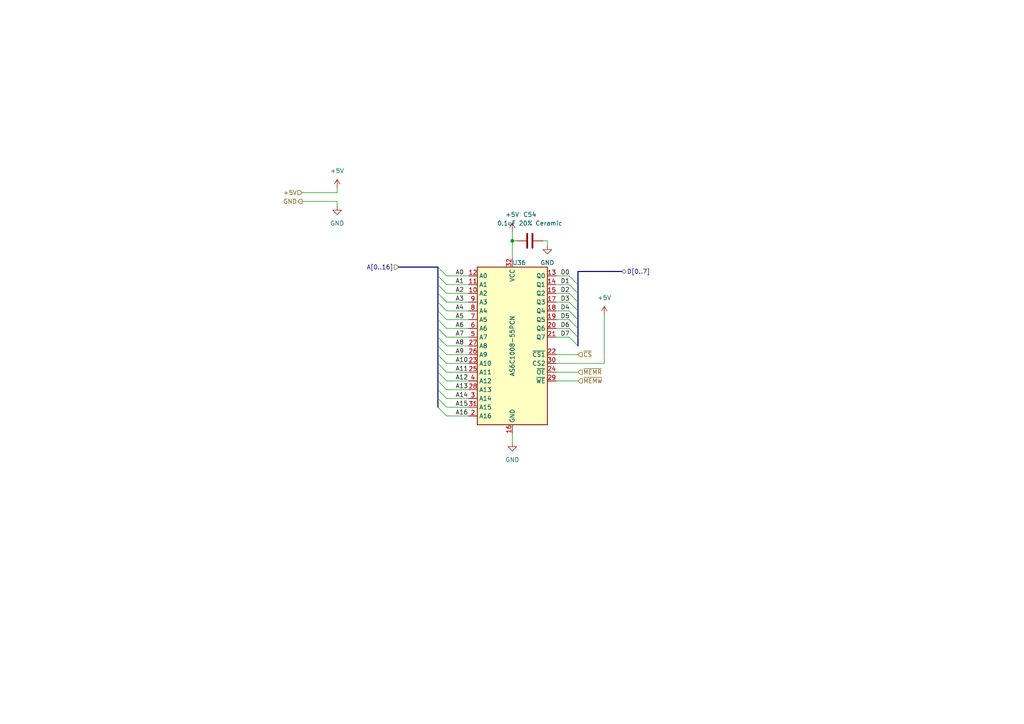
<source format=kicad_sch>
(kicad_sch
	(version 20231120)
	(generator "eeschema")
	(generator_version "8.0")
	(uuid "55672958-7a2a-42a9-b8a7-0dde0e9e6201")
	(paper "A4")
	(lib_symbols
		(symbol "Device:C"
			(pin_numbers hide)
			(pin_names
				(offset 0.254)
			)
			(exclude_from_sim no)
			(in_bom yes)
			(on_board yes)
			(property "Reference" "C"
				(at 0.635 2.54 0)
				(effects
					(font
						(size 1.27 1.27)
					)
					(justify left)
				)
			)
			(property "Value" "C"
				(at 0.635 -2.54 0)
				(effects
					(font
						(size 1.27 1.27)
					)
					(justify left)
				)
			)
			(property "Footprint" ""
				(at 0.9652 -3.81 0)
				(effects
					(font
						(size 1.27 1.27)
					)
					(hide yes)
				)
			)
			(property "Datasheet" "~"
				(at 0 0 0)
				(effects
					(font
						(size 1.27 1.27)
					)
					(hide yes)
				)
			)
			(property "Description" "Unpolarized capacitor"
				(at 0 0 0)
				(effects
					(font
						(size 1.27 1.27)
					)
					(hide yes)
				)
			)
			(property "ki_keywords" "cap capacitor"
				(at 0 0 0)
				(effects
					(font
						(size 1.27 1.27)
					)
					(hide yes)
				)
			)
			(property "ki_fp_filters" "C_*"
				(at 0 0 0)
				(effects
					(font
						(size 1.27 1.27)
					)
					(hide yes)
				)
			)
			(symbol "C_0_1"
				(polyline
					(pts
						(xy -2.032 -0.762) (xy 2.032 -0.762)
					)
					(stroke
						(width 0.508)
						(type default)
					)
					(fill
						(type none)
					)
				)
				(polyline
					(pts
						(xy -2.032 0.762) (xy 2.032 0.762)
					)
					(stroke
						(width 0.508)
						(type default)
					)
					(fill
						(type none)
					)
				)
			)
			(symbol "C_1_1"
				(pin passive line
					(at 0 3.81 270)
					(length 2.794)
					(name "~"
						(effects
							(font
								(size 1.27 1.27)
							)
						)
					)
					(number "1"
						(effects
							(font
								(size 1.27 1.27)
							)
						)
					)
				)
				(pin passive line
					(at 0 -3.81 90)
					(length 2.794)
					(name "~"
						(effects
							(font
								(size 1.27 1.27)
							)
						)
					)
					(number "2"
						(effects
							(font
								(size 1.27 1.27)
							)
						)
					)
				)
			)
		)
		(symbol "Memory_RAM:628128_DIP32_SSOP32"
			(exclude_from_sim no)
			(in_bom yes)
			(on_board yes)
			(property "Reference" "U"
				(at -10.16 23.495 0)
				(effects
					(font
						(size 1.27 1.27)
					)
					(justify left bottom)
				)
			)
			(property "Value" "628128_DIP32_SSOP32"
				(at 2.54 23.495 0)
				(effects
					(font
						(size 1.27 1.27)
					)
					(justify left bottom)
				)
			)
			(property "Footprint" ""
				(at 0 0 0)
				(effects
					(font
						(size 1.27 1.27)
					)
					(hide yes)
				)
			)
			(property "Datasheet" "http://www.futurlec.com/Datasheet/Memory/628128.pdf"
				(at 0 0 0)
				(effects
					(font
						(size 1.27 1.27)
					)
					(hide yes)
				)
			)
			(property "Description" "128K x 8 High-Speed CMOS Static RAM, 55/70ns, DIP-32/SSOP-32"
				(at 0 0 0)
				(effects
					(font
						(size 1.27 1.27)
					)
					(hide yes)
				)
			)
			(property "ki_keywords" "RAM SRAM CMOS MEMORY"
				(at 0 0 0)
				(effects
					(font
						(size 1.27 1.27)
					)
					(hide yes)
				)
			)
			(property "ki_fp_filters" "DIP*W15.24mm* SSOP*11.305x20.495mm*P1.27mm*"
				(at 0 0 0)
				(effects
					(font
						(size 1.27 1.27)
					)
					(hide yes)
				)
			)
			(symbol "628128_DIP32_SSOP32_0_0"
				(pin power_in line
					(at 0 -25.4 90)
					(length 2.54)
					(name "GND"
						(effects
							(font
								(size 1.27 1.27)
							)
						)
					)
					(number "16"
						(effects
							(font
								(size 1.27 1.27)
							)
						)
					)
				)
				(pin power_in line
					(at 0 25.4 270)
					(length 2.54)
					(name "VCC"
						(effects
							(font
								(size 1.27 1.27)
							)
						)
					)
					(number "32"
						(effects
							(font
								(size 1.27 1.27)
							)
						)
					)
				)
			)
			(symbol "628128_DIP32_SSOP32_0_1"
				(rectangle
					(start -10.16 22.86)
					(end 10.16 -22.86)
					(stroke
						(width 0.254)
						(type default)
					)
					(fill
						(type background)
					)
				)
			)
			(symbol "628128_DIP32_SSOP32_1_1"
				(pin no_connect line
					(at 10.16 -20.32 180)
					(length 2.54) hide
					(name "NC"
						(effects
							(font
								(size 1.27 1.27)
							)
						)
					)
					(number "1"
						(effects
							(font
								(size 1.27 1.27)
							)
						)
					)
				)
				(pin input line
					(at -12.7 15.24 0)
					(length 2.54)
					(name "A2"
						(effects
							(font
								(size 1.27 1.27)
							)
						)
					)
					(number "10"
						(effects
							(font
								(size 1.27 1.27)
							)
						)
					)
				)
				(pin input line
					(at -12.7 17.78 0)
					(length 2.54)
					(name "A1"
						(effects
							(font
								(size 1.27 1.27)
							)
						)
					)
					(number "11"
						(effects
							(font
								(size 1.27 1.27)
							)
						)
					)
				)
				(pin input line
					(at -12.7 20.32 0)
					(length 2.54)
					(name "A0"
						(effects
							(font
								(size 1.27 1.27)
							)
						)
					)
					(number "12"
						(effects
							(font
								(size 1.27 1.27)
							)
						)
					)
				)
				(pin tri_state line
					(at 12.7 20.32 180)
					(length 2.54)
					(name "Q0"
						(effects
							(font
								(size 1.27 1.27)
							)
						)
					)
					(number "13"
						(effects
							(font
								(size 1.27 1.27)
							)
						)
					)
				)
				(pin tri_state line
					(at 12.7 17.78 180)
					(length 2.54)
					(name "Q1"
						(effects
							(font
								(size 1.27 1.27)
							)
						)
					)
					(number "14"
						(effects
							(font
								(size 1.27 1.27)
							)
						)
					)
				)
				(pin tri_state line
					(at 12.7 15.24 180)
					(length 2.54)
					(name "Q2"
						(effects
							(font
								(size 1.27 1.27)
							)
						)
					)
					(number "15"
						(effects
							(font
								(size 1.27 1.27)
							)
						)
					)
				)
				(pin tri_state line
					(at 12.7 12.7 180)
					(length 2.54)
					(name "Q3"
						(effects
							(font
								(size 1.27 1.27)
							)
						)
					)
					(number "17"
						(effects
							(font
								(size 1.27 1.27)
							)
						)
					)
				)
				(pin tri_state line
					(at 12.7 10.16 180)
					(length 2.54)
					(name "Q4"
						(effects
							(font
								(size 1.27 1.27)
							)
						)
					)
					(number "18"
						(effects
							(font
								(size 1.27 1.27)
							)
						)
					)
				)
				(pin tri_state line
					(at 12.7 7.62 180)
					(length 2.54)
					(name "Q5"
						(effects
							(font
								(size 1.27 1.27)
							)
						)
					)
					(number "19"
						(effects
							(font
								(size 1.27 1.27)
							)
						)
					)
				)
				(pin input line
					(at -12.7 -20.32 0)
					(length 2.54)
					(name "A16"
						(effects
							(font
								(size 1.27 1.27)
							)
						)
					)
					(number "2"
						(effects
							(font
								(size 1.27 1.27)
							)
						)
					)
				)
				(pin tri_state line
					(at 12.7 5.08 180)
					(length 2.54)
					(name "Q6"
						(effects
							(font
								(size 1.27 1.27)
							)
						)
					)
					(number "20"
						(effects
							(font
								(size 1.27 1.27)
							)
						)
					)
				)
				(pin tri_state line
					(at 12.7 2.54 180)
					(length 2.54)
					(name "Q7"
						(effects
							(font
								(size 1.27 1.27)
							)
						)
					)
					(number "21"
						(effects
							(font
								(size 1.27 1.27)
							)
						)
					)
				)
				(pin input line
					(at 12.7 -2.54 180)
					(length 2.54)
					(name "~{CS1}"
						(effects
							(font
								(size 1.27 1.27)
							)
						)
					)
					(number "22"
						(effects
							(font
								(size 1.27 1.27)
							)
						)
					)
				)
				(pin input line
					(at -12.7 -5.08 0)
					(length 2.54)
					(name "A10"
						(effects
							(font
								(size 1.27 1.27)
							)
						)
					)
					(number "23"
						(effects
							(font
								(size 1.27 1.27)
							)
						)
					)
				)
				(pin input line
					(at 12.7 -7.62 180)
					(length 2.54)
					(name "~{OE}"
						(effects
							(font
								(size 1.27 1.27)
							)
						)
					)
					(number "24"
						(effects
							(font
								(size 1.27 1.27)
							)
						)
					)
				)
				(pin input line
					(at -12.7 -7.62 0)
					(length 2.54)
					(name "A11"
						(effects
							(font
								(size 1.27 1.27)
							)
						)
					)
					(number "25"
						(effects
							(font
								(size 1.27 1.27)
							)
						)
					)
				)
				(pin input line
					(at -12.7 -2.54 0)
					(length 2.54)
					(name "A9"
						(effects
							(font
								(size 1.27 1.27)
							)
						)
					)
					(number "26"
						(effects
							(font
								(size 1.27 1.27)
							)
						)
					)
				)
				(pin input line
					(at -12.7 0 0)
					(length 2.54)
					(name "A8"
						(effects
							(font
								(size 1.27 1.27)
							)
						)
					)
					(number "27"
						(effects
							(font
								(size 1.27 1.27)
							)
						)
					)
				)
				(pin input line
					(at -12.7 -12.7 0)
					(length 2.54)
					(name "A13"
						(effects
							(font
								(size 1.27 1.27)
							)
						)
					)
					(number "28"
						(effects
							(font
								(size 1.27 1.27)
							)
						)
					)
				)
				(pin input line
					(at 12.7 -10.16 180)
					(length 2.54)
					(name "~{WE}"
						(effects
							(font
								(size 1.27 1.27)
							)
						)
					)
					(number "29"
						(effects
							(font
								(size 1.27 1.27)
							)
						)
					)
				)
				(pin input line
					(at -12.7 -15.24 0)
					(length 2.54)
					(name "A14"
						(effects
							(font
								(size 1.27 1.27)
							)
						)
					)
					(number "3"
						(effects
							(font
								(size 1.27 1.27)
							)
						)
					)
				)
				(pin input line
					(at 12.7 -5.08 180)
					(length 2.54)
					(name "CS2"
						(effects
							(font
								(size 1.27 1.27)
							)
						)
					)
					(number "30"
						(effects
							(font
								(size 1.27 1.27)
							)
						)
					)
				)
				(pin input line
					(at -12.7 -17.78 0)
					(length 2.54)
					(name "A15"
						(effects
							(font
								(size 1.27 1.27)
							)
						)
					)
					(number "31"
						(effects
							(font
								(size 1.27 1.27)
							)
						)
					)
				)
				(pin input line
					(at -12.7 -10.16 0)
					(length 2.54)
					(name "A12"
						(effects
							(font
								(size 1.27 1.27)
							)
						)
					)
					(number "4"
						(effects
							(font
								(size 1.27 1.27)
							)
						)
					)
				)
				(pin input line
					(at -12.7 2.54 0)
					(length 2.54)
					(name "A7"
						(effects
							(font
								(size 1.27 1.27)
							)
						)
					)
					(number "5"
						(effects
							(font
								(size 1.27 1.27)
							)
						)
					)
				)
				(pin input line
					(at -12.7 5.08 0)
					(length 2.54)
					(name "A6"
						(effects
							(font
								(size 1.27 1.27)
							)
						)
					)
					(number "6"
						(effects
							(font
								(size 1.27 1.27)
							)
						)
					)
				)
				(pin input line
					(at -12.7 7.62 0)
					(length 2.54)
					(name "A5"
						(effects
							(font
								(size 1.27 1.27)
							)
						)
					)
					(number "7"
						(effects
							(font
								(size 1.27 1.27)
							)
						)
					)
				)
				(pin input line
					(at -12.7 10.16 0)
					(length 2.54)
					(name "A4"
						(effects
							(font
								(size 1.27 1.27)
							)
						)
					)
					(number "8"
						(effects
							(font
								(size 1.27 1.27)
							)
						)
					)
				)
				(pin input line
					(at -12.7 12.7 0)
					(length 2.54)
					(name "A3"
						(effects
							(font
								(size 1.27 1.27)
							)
						)
					)
					(number "9"
						(effects
							(font
								(size 1.27 1.27)
							)
						)
					)
				)
			)
		)
		(symbol "power:+5V"
			(power)
			(pin_names
				(offset 0)
			)
			(exclude_from_sim no)
			(in_bom yes)
			(on_board yes)
			(property "Reference" "#PWR"
				(at 0 -3.81 0)
				(effects
					(font
						(size 1.27 1.27)
					)
					(hide yes)
				)
			)
			(property "Value" "+5V"
				(at 0 3.556 0)
				(effects
					(font
						(size 1.27 1.27)
					)
				)
			)
			(property "Footprint" ""
				(at 0 0 0)
				(effects
					(font
						(size 1.27 1.27)
					)
					(hide yes)
				)
			)
			(property "Datasheet" ""
				(at 0 0 0)
				(effects
					(font
						(size 1.27 1.27)
					)
					(hide yes)
				)
			)
			(property "Description" "Power symbol creates a global label with name \"+5V\""
				(at 0 0 0)
				(effects
					(font
						(size 1.27 1.27)
					)
					(hide yes)
				)
			)
			(property "ki_keywords" "global power"
				(at 0 0 0)
				(effects
					(font
						(size 1.27 1.27)
					)
					(hide yes)
				)
			)
			(symbol "+5V_0_1"
				(polyline
					(pts
						(xy -0.762 1.27) (xy 0 2.54)
					)
					(stroke
						(width 0)
						(type default)
					)
					(fill
						(type none)
					)
				)
				(polyline
					(pts
						(xy 0 0) (xy 0 2.54)
					)
					(stroke
						(width 0)
						(type default)
					)
					(fill
						(type none)
					)
				)
				(polyline
					(pts
						(xy 0 2.54) (xy 0.762 1.27)
					)
					(stroke
						(width 0)
						(type default)
					)
					(fill
						(type none)
					)
				)
			)
			(symbol "+5V_1_1"
				(pin power_in line
					(at 0 0 90)
					(length 0) hide
					(name "+5V"
						(effects
							(font
								(size 1.27 1.27)
							)
						)
					)
					(number "1"
						(effects
							(font
								(size 1.27 1.27)
							)
						)
					)
				)
			)
		)
		(symbol "power:GND"
			(power)
			(pin_names
				(offset 0)
			)
			(exclude_from_sim no)
			(in_bom yes)
			(on_board yes)
			(property "Reference" "#PWR"
				(at 0 -6.35 0)
				(effects
					(font
						(size 1.27 1.27)
					)
					(hide yes)
				)
			)
			(property "Value" "GND"
				(at 0 -3.81 0)
				(effects
					(font
						(size 1.27 1.27)
					)
				)
			)
			(property "Footprint" ""
				(at 0 0 0)
				(effects
					(font
						(size 1.27 1.27)
					)
					(hide yes)
				)
			)
			(property "Datasheet" ""
				(at 0 0 0)
				(effects
					(font
						(size 1.27 1.27)
					)
					(hide yes)
				)
			)
			(property "Description" "Power symbol creates a global label with name \"GND\" , ground"
				(at 0 0 0)
				(effects
					(font
						(size 1.27 1.27)
					)
					(hide yes)
				)
			)
			(property "ki_keywords" "global power"
				(at 0 0 0)
				(effects
					(font
						(size 1.27 1.27)
					)
					(hide yes)
				)
			)
			(symbol "GND_0_1"
				(polyline
					(pts
						(xy 0 0) (xy 0 -1.27) (xy 1.27 -1.27) (xy 0 -2.54) (xy -1.27 -1.27) (xy 0 -1.27)
					)
					(stroke
						(width 0)
						(type default)
					)
					(fill
						(type none)
					)
				)
			)
			(symbol "GND_1_1"
				(pin power_in line
					(at 0 0 270)
					(length 0) hide
					(name "GND"
						(effects
							(font
								(size 1.27 1.27)
							)
						)
					)
					(number "1"
						(effects
							(font
								(size 1.27 1.27)
							)
						)
					)
				)
			)
		)
	)
	(junction
		(at 148.59 69.85)
		(diameter 0)
		(color 0 0 0 0)
		(uuid "88e9ea73-2cc6-44e9-b4fe-b39e07ecac94")
	)
	(bus_entry
		(at 165.1 95.25)
		(size 2.54 2.54)
		(stroke
			(width 0)
			(type default)
		)
		(uuid "04f9810b-b012-4599-b685-1b30296e332f")
	)
	(bus_entry
		(at 165.1 82.55)
		(size 2.54 2.54)
		(stroke
			(width 0)
			(type default)
		)
		(uuid "342a366a-a8d6-47cf-961a-340f67c010a6")
	)
	(bus_entry
		(at 127 95.25)
		(size 2.54 2.54)
		(stroke
			(width 0)
			(type default)
		)
		(uuid "3bf19050-7c3d-4b1a-97b8-c3b0c3c519a4")
	)
	(bus_entry
		(at 127 80.01)
		(size 2.54 2.54)
		(stroke
			(width 0)
			(type default)
		)
		(uuid "41fdbec5-84a1-4850-97fc-0bdd57f0ea06")
	)
	(bus_entry
		(at 127 107.95)
		(size 2.54 2.54)
		(stroke
			(width 0)
			(type default)
		)
		(uuid "56b5e547-f3db-437a-8cc8-e88297e55e5e")
	)
	(bus_entry
		(at 127 105.41)
		(size 2.54 2.54)
		(stroke
			(width 0)
			(type default)
		)
		(uuid "57bae729-2967-4f55-9123-db3b0ddf8a13")
	)
	(bus_entry
		(at 127 97.79)
		(size 2.54 2.54)
		(stroke
			(width 0)
			(type default)
		)
		(uuid "5cf978ad-39cf-4279-84ac-886ba5103d6b")
	)
	(bus_entry
		(at 127 82.55)
		(size 2.54 2.54)
		(stroke
			(width 0)
			(type default)
		)
		(uuid "65688b5f-4384-4032-9a30-89dce722d3c7")
	)
	(bus_entry
		(at 127 115.57)
		(size 2.54 2.54)
		(stroke
			(width 0)
			(type default)
		)
		(uuid "66170558-8fe9-41df-ada9-91643725d37b")
	)
	(bus_entry
		(at 127 77.47)
		(size 2.54 2.54)
		(stroke
			(width 0)
			(type default)
		)
		(uuid "69828d8f-f43c-460e-89bc-f0dbab16ff9c")
	)
	(bus_entry
		(at 165.1 97.79)
		(size 2.54 2.54)
		(stroke
			(width 0)
			(type default)
		)
		(uuid "6b1f9fca-210f-41b9-82c2-6207683ab4a7")
	)
	(bus_entry
		(at 127 87.63)
		(size 2.54 2.54)
		(stroke
			(width 0)
			(type default)
		)
		(uuid "759bd576-2020-4a95-833d-4f09540d7554")
	)
	(bus_entry
		(at 165.1 80.01)
		(size 2.54 2.54)
		(stroke
			(width 0)
			(type default)
		)
		(uuid "8402a74a-fa7e-418d-90eb-162259941f8a")
	)
	(bus_entry
		(at 127 118.11)
		(size 2.54 2.54)
		(stroke
			(width 0)
			(type default)
		)
		(uuid "877b5ec9-f0cb-4af9-b357-e015cd9e8a31")
	)
	(bus_entry
		(at 165.1 85.09)
		(size 2.54 2.54)
		(stroke
			(width 0)
			(type default)
		)
		(uuid "8f0daddb-0f52-408c-835e-caf07f21e86e")
	)
	(bus_entry
		(at 127 102.87)
		(size 2.54 2.54)
		(stroke
			(width 0)
			(type default)
		)
		(uuid "b6ae7dba-262b-47f4-b52d-27777768892d")
	)
	(bus_entry
		(at 127 90.17)
		(size 2.54 2.54)
		(stroke
			(width 0)
			(type default)
		)
		(uuid "c3c213d0-7860-435d-83a9-c1072772dfbd")
	)
	(bus_entry
		(at 165.1 90.17)
		(size 2.54 2.54)
		(stroke
			(width 0)
			(type default)
		)
		(uuid "d46d4c52-c903-4c52-b3dc-f027f6f6a67d")
	)
	(bus_entry
		(at 127 100.33)
		(size 2.54 2.54)
		(stroke
			(width 0)
			(type default)
		)
		(uuid "d4a746c6-aa11-4539-ba3d-ee5d411572f3")
	)
	(bus_entry
		(at 165.1 87.63)
		(size 2.54 2.54)
		(stroke
			(width 0)
			(type default)
		)
		(uuid "e06d06a0-884e-4f69-92bc-004af02c76ab")
	)
	(bus_entry
		(at 127 110.49)
		(size 2.54 2.54)
		(stroke
			(width 0)
			(type default)
		)
		(uuid "e3d516c1-71f3-4a97-836e-20d9873a500d")
	)
	(bus_entry
		(at 127 85.09)
		(size 2.54 2.54)
		(stroke
			(width 0)
			(type default)
		)
		(uuid "e7f1890c-9620-4fa3-946b-2fde91e6d3bd")
	)
	(bus_entry
		(at 165.1 92.71)
		(size 2.54 2.54)
		(stroke
			(width 0)
			(type default)
		)
		(uuid "ecb5fece-cbef-4688-b41e-861a2f09b2fa")
	)
	(bus_entry
		(at 127 113.03)
		(size 2.54 2.54)
		(stroke
			(width 0)
			(type default)
		)
		(uuid "ed8c2ea8-ee57-4fef-ab09-f288ae24a819")
	)
	(bus_entry
		(at 127 92.71)
		(size 2.54 2.54)
		(stroke
			(width 0)
			(type default)
		)
		(uuid "f69d3308-ee2f-4e80-9764-3f70a3bc7169")
	)
	(wire
		(pts
			(xy 161.29 95.25) (xy 165.1 95.25)
		)
		(stroke
			(width 0)
			(type default)
		)
		(uuid "042bc7c4-84ea-48fe-932d-c60969a682a1")
	)
	(wire
		(pts
			(xy 161.29 105.41) (xy 175.26 105.41)
		)
		(stroke
			(width 0)
			(type default)
		)
		(uuid "049f8aa5-5fc7-4875-99c5-9117df9891a7")
	)
	(wire
		(pts
			(xy 129.54 107.95) (xy 135.89 107.95)
		)
		(stroke
			(width 0)
			(type default)
		)
		(uuid "06d1db64-ff08-4f47-be22-78abca7aa643")
	)
	(bus
		(pts
			(xy 127 90.17) (xy 127 92.71)
		)
		(stroke
			(width 0)
			(type default)
		)
		(uuid "0b44457e-98a2-4bb2-be9f-f8979ceb017d")
	)
	(wire
		(pts
			(xy 129.54 105.41) (xy 135.89 105.41)
		)
		(stroke
			(width 0)
			(type default)
		)
		(uuid "0e65ac47-ffa4-4528-8ea7-cb59b239b6be")
	)
	(wire
		(pts
			(xy 97.79 55.88) (xy 97.79 54.61)
		)
		(stroke
			(width 0)
			(type default)
		)
		(uuid "197f8800-a3dc-40d6-bd18-ab8c537f942d")
	)
	(bus
		(pts
			(xy 167.64 87.63) (xy 167.64 90.17)
		)
		(stroke
			(width 0)
			(type default)
		)
		(uuid "1cb0dd4a-346d-487f-a5eb-3ecc8140b88a")
	)
	(bus
		(pts
			(xy 127 82.55) (xy 127 85.09)
		)
		(stroke
			(width 0)
			(type default)
		)
		(uuid "1cdb570c-ea62-4f34-9ca6-a8f356874d66")
	)
	(wire
		(pts
			(xy 148.59 67.31) (xy 148.59 69.85)
		)
		(stroke
			(width 0)
			(type default)
		)
		(uuid "1dc01114-befd-4497-931b-45b457067280")
	)
	(bus
		(pts
			(xy 167.64 92.71) (xy 167.64 95.25)
		)
		(stroke
			(width 0)
			(type default)
		)
		(uuid "21eee5e0-e694-4100-8ef7-f8c5bbba8b9f")
	)
	(wire
		(pts
			(xy 129.54 100.33) (xy 135.89 100.33)
		)
		(stroke
			(width 0)
			(type default)
		)
		(uuid "2ea1eda5-231a-4e05-be01-7151e937d5b9")
	)
	(wire
		(pts
			(xy 161.29 92.71) (xy 165.1 92.71)
		)
		(stroke
			(width 0)
			(type default)
		)
		(uuid "3589966d-62ef-44e8-93b9-b58e314ca63d")
	)
	(wire
		(pts
			(xy 161.29 80.01) (xy 165.1 80.01)
		)
		(stroke
			(width 0)
			(type default)
		)
		(uuid "382ec27d-2766-435b-85b7-9ef1eaada09c")
	)
	(bus
		(pts
			(xy 167.64 78.74) (xy 180.34 78.74)
		)
		(stroke
			(width 0)
			(type default)
		)
		(uuid "3a5b970a-cf7d-468a-acb6-0ceb1356ea23")
	)
	(wire
		(pts
			(xy 129.54 97.79) (xy 135.89 97.79)
		)
		(stroke
			(width 0)
			(type default)
		)
		(uuid "3bd70722-5aa6-4538-96a9-11c5fde7a45e")
	)
	(wire
		(pts
			(xy 148.59 69.85) (xy 149.86 69.85)
		)
		(stroke
			(width 0)
			(type default)
		)
		(uuid "439c89e4-83d3-49d9-acd5-c4e7503c761d")
	)
	(wire
		(pts
			(xy 148.59 69.85) (xy 148.59 74.93)
		)
		(stroke
			(width 0)
			(type default)
		)
		(uuid "4432d796-c403-43b1-bd92-1be80c8a352a")
	)
	(bus
		(pts
			(xy 167.64 90.17) (xy 167.64 92.71)
		)
		(stroke
			(width 0)
			(type default)
		)
		(uuid "49ed3f8b-fa3c-4910-8a0d-212904220b54")
	)
	(wire
		(pts
			(xy 175.26 91.44) (xy 175.26 105.41)
		)
		(stroke
			(width 0)
			(type default)
		)
		(uuid "4b3ec88d-e36c-4fe9-a403-8dfb646b3239")
	)
	(bus
		(pts
			(xy 127 77.47) (xy 127 80.01)
		)
		(stroke
			(width 0)
			(type default)
		)
		(uuid "559dccac-ccd3-4193-b5c5-103b7b7180f3")
	)
	(wire
		(pts
			(xy 161.29 85.09) (xy 165.1 85.09)
		)
		(stroke
			(width 0)
			(type default)
		)
		(uuid "55a2c1c8-506b-4406-b507-9dfd689d6667")
	)
	(bus
		(pts
			(xy 127 87.63) (xy 127 90.17)
		)
		(stroke
			(width 0)
			(type default)
		)
		(uuid "5bba80af-ed39-42f0-b0d8-6508d7c06aaa")
	)
	(wire
		(pts
			(xy 129.54 92.71) (xy 135.89 92.71)
		)
		(stroke
			(width 0)
			(type default)
		)
		(uuid "5d06bed2-8a2d-40a7-a06d-acbc9374cfd1")
	)
	(wire
		(pts
			(xy 129.54 82.55) (xy 135.89 82.55)
		)
		(stroke
			(width 0)
			(type default)
		)
		(uuid "63075389-c129-476a-af19-0a7ae9c99b7f")
	)
	(bus
		(pts
			(xy 127 85.09) (xy 127 87.63)
		)
		(stroke
			(width 0)
			(type default)
		)
		(uuid "6a9f9fe5-05ac-48b5-b3fa-e93ea04b1dec")
	)
	(wire
		(pts
			(xy 129.54 90.17) (xy 135.89 90.17)
		)
		(stroke
			(width 0)
			(type default)
		)
		(uuid "6ed17ebb-1091-44e3-87a2-fb6dfee8a603")
	)
	(bus
		(pts
			(xy 127 110.49) (xy 127 113.03)
		)
		(stroke
			(width 0)
			(type default)
		)
		(uuid "6f0f7128-5ad7-490c-8ada-3f3016c115f5")
	)
	(bus
		(pts
			(xy 127 105.41) (xy 127 107.95)
		)
		(stroke
			(width 0)
			(type default)
		)
		(uuid "719d4c94-e57d-4419-8ca1-1d0c5c67ddcf")
	)
	(bus
		(pts
			(xy 127 102.87) (xy 127 105.41)
		)
		(stroke
			(width 0)
			(type default)
		)
		(uuid "750e3ff7-e5d5-4d38-9946-392f47f16f2f")
	)
	(wire
		(pts
			(xy 161.29 82.55) (xy 165.1 82.55)
		)
		(stroke
			(width 0)
			(type default)
		)
		(uuid "7c213bfc-4073-4a6f-81c0-c2211d1bf81f")
	)
	(wire
		(pts
			(xy 161.29 87.63) (xy 165.1 87.63)
		)
		(stroke
			(width 0)
			(type default)
		)
		(uuid "7cbda160-9a24-419b-a254-9147b2d00bbf")
	)
	(wire
		(pts
			(xy 158.75 69.85) (xy 158.75 71.12)
		)
		(stroke
			(width 0)
			(type default)
		)
		(uuid "7e0fb983-8d96-4a09-aaa4-95e97a4768aa")
	)
	(bus
		(pts
			(xy 127 100.33) (xy 127 102.87)
		)
		(stroke
			(width 0)
			(type default)
		)
		(uuid "81795239-ec29-449a-bd9c-90251a6f190a")
	)
	(wire
		(pts
			(xy 161.29 107.95) (xy 167.64 107.95)
		)
		(stroke
			(width 0)
			(type default)
		)
		(uuid "87983074-0026-482d-8869-7af33699eeec")
	)
	(bus
		(pts
			(xy 127 107.95) (xy 127 110.49)
		)
		(stroke
			(width 0)
			(type default)
		)
		(uuid "87a4f80c-9b4a-4a98-b824-789892cdd286")
	)
	(wire
		(pts
			(xy 87.63 55.88) (xy 97.79 55.88)
		)
		(stroke
			(width 0)
			(type default)
		)
		(uuid "8842ef7e-c12a-41f2-91cb-c4b37714d806")
	)
	(wire
		(pts
			(xy 129.54 80.01) (xy 135.89 80.01)
		)
		(stroke
			(width 0)
			(type default)
		)
		(uuid "8daea42e-c121-4c22-8690-b70f4f87b7dc")
	)
	(wire
		(pts
			(xy 161.29 102.87) (xy 167.64 102.87)
		)
		(stroke
			(width 0)
			(type default)
		)
		(uuid "8f3fcb1c-d43d-4457-a965-ef113a945331")
	)
	(bus
		(pts
			(xy 167.64 97.79) (xy 167.64 100.33)
		)
		(stroke
			(width 0)
			(type default)
		)
		(uuid "8f84bc0b-1017-4e6a-81ef-08b48805359d")
	)
	(wire
		(pts
			(xy 129.54 115.57) (xy 135.89 115.57)
		)
		(stroke
			(width 0)
			(type default)
		)
		(uuid "8fc5c8dc-f14a-483a-9216-530e50a661a5")
	)
	(wire
		(pts
			(xy 129.54 118.11) (xy 135.89 118.11)
		)
		(stroke
			(width 0)
			(type default)
		)
		(uuid "93463962-4c9a-4bbe-a2fa-deded983291b")
	)
	(bus
		(pts
			(xy 127 97.79) (xy 127 100.33)
		)
		(stroke
			(width 0)
			(type default)
		)
		(uuid "955390ed-945f-470e-b9af-390318f64b4f")
	)
	(wire
		(pts
			(xy 129.54 110.49) (xy 135.89 110.49)
		)
		(stroke
			(width 0)
			(type default)
		)
		(uuid "a58ca9fb-96b0-4ce1-9a9d-078f13815cff")
	)
	(wire
		(pts
			(xy 129.54 87.63) (xy 135.89 87.63)
		)
		(stroke
			(width 0)
			(type default)
		)
		(uuid "a97c131e-575f-404c-8342-9856a79170e9")
	)
	(wire
		(pts
			(xy 161.29 97.79) (xy 165.1 97.79)
		)
		(stroke
			(width 0)
			(type default)
		)
		(uuid "a9c1ece0-a5ad-43be-8de2-576242a15208")
	)
	(wire
		(pts
			(xy 129.54 113.03) (xy 135.89 113.03)
		)
		(stroke
			(width 0)
			(type default)
		)
		(uuid "b5293beb-cfa8-49aa-a048-1f236dd93c86")
	)
	(wire
		(pts
			(xy 129.54 95.25) (xy 135.89 95.25)
		)
		(stroke
			(width 0)
			(type default)
		)
		(uuid "b6abd5df-f1a9-4d22-82fd-d24769e4a481")
	)
	(wire
		(pts
			(xy 129.54 120.65) (xy 135.89 120.65)
		)
		(stroke
			(width 0)
			(type default)
		)
		(uuid "bd89cb68-ca7c-481b-83d6-23dca3615c3d")
	)
	(wire
		(pts
			(xy 157.48 69.85) (xy 158.75 69.85)
		)
		(stroke
			(width 0)
			(type default)
		)
		(uuid "c2ad0e5d-5f8d-4da3-a109-7ba7fa3a44c5")
	)
	(wire
		(pts
			(xy 129.54 85.09) (xy 135.89 85.09)
		)
		(stroke
			(width 0)
			(type default)
		)
		(uuid "c88a4e73-da23-4215-b527-89997f16e83c")
	)
	(bus
		(pts
			(xy 127 95.25) (xy 127 97.79)
		)
		(stroke
			(width 0)
			(type default)
		)
		(uuid "ce2c3a8a-405e-46a3-b87c-1b5c02bdbf53")
	)
	(wire
		(pts
			(xy 161.29 110.49) (xy 167.64 110.49)
		)
		(stroke
			(width 0)
			(type default)
		)
		(uuid "d0f0043f-f3ea-4712-a942-b0635355db52")
	)
	(bus
		(pts
			(xy 127 92.71) (xy 127 95.25)
		)
		(stroke
			(width 0)
			(type default)
		)
		(uuid "d33bf57e-5d23-4714-8c5d-69df79ca89ed")
	)
	(wire
		(pts
			(xy 97.79 58.42) (xy 97.79 59.69)
		)
		(stroke
			(width 0)
			(type default)
		)
		(uuid "d7680c1f-95be-41d0-98bd-78f1aa2221e4")
	)
	(bus
		(pts
			(xy 115.57 77.47) (xy 127 77.47)
		)
		(stroke
			(width 0)
			(type default)
		)
		(uuid "d8bef3e7-6259-475b-b087-c6aca2056f82")
	)
	(bus
		(pts
			(xy 167.64 82.55) (xy 167.64 78.74)
		)
		(stroke
			(width 0)
			(type default)
		)
		(uuid "d9e60b46-fd8e-4ce9-abe6-8a1012ca3b53")
	)
	(bus
		(pts
			(xy 167.64 82.55) (xy 167.64 85.09)
		)
		(stroke
			(width 0)
			(type default)
		)
		(uuid "df887946-4330-4fc2-9cff-42a4a40d9525")
	)
	(bus
		(pts
			(xy 167.64 95.25) (xy 167.64 97.79)
		)
		(stroke
			(width 0)
			(type default)
		)
		(uuid "e071280b-9fdf-43f6-913e-caced9c04377")
	)
	(wire
		(pts
			(xy 87.63 58.42) (xy 97.79 58.42)
		)
		(stroke
			(width 0)
			(type default)
		)
		(uuid "e2b5c182-3ac4-45a8-8093-d42dc7c367dc")
	)
	(bus
		(pts
			(xy 127 80.01) (xy 127 82.55)
		)
		(stroke
			(width 0)
			(type default)
		)
		(uuid "e47a2428-7023-4d8d-809c-8d0238aeade5")
	)
	(wire
		(pts
			(xy 161.29 90.17) (xy 165.1 90.17)
		)
		(stroke
			(width 0)
			(type default)
		)
		(uuid "e547e442-2ade-4967-a6cd-c8da6cb4dee0")
	)
	(bus
		(pts
			(xy 127 113.03) (xy 127 115.57)
		)
		(stroke
			(width 0)
			(type default)
		)
		(uuid "e9f2b1bc-e730-4070-b2d7-fad5e7039586")
	)
	(wire
		(pts
			(xy 148.59 125.73) (xy 148.59 128.27)
		)
		(stroke
			(width 0)
			(type default)
		)
		(uuid "f17f554b-58d1-4260-b6f7-f010c796beb9")
	)
	(bus
		(pts
			(xy 127 115.57) (xy 127 118.11)
		)
		(stroke
			(width 0)
			(type default)
		)
		(uuid "f51c250d-9d0d-4fb8-97e6-e54c1c21db9e")
	)
	(bus
		(pts
			(xy 167.64 85.09) (xy 167.64 87.63)
		)
		(stroke
			(width 0)
			(type default)
		)
		(uuid "f75d474f-d804-46b3-8e03-3a1208562505")
	)
	(wire
		(pts
			(xy 129.54 102.87) (xy 135.89 102.87)
		)
		(stroke
			(width 0)
			(type default)
		)
		(uuid "fb834097-86e3-421e-ac7d-ff163484476c")
	)
	(label "A12"
		(at 132.08 110.49 0)
		(fields_autoplaced yes)
		(effects
			(font
				(size 1.27 1.27)
			)
			(justify left bottom)
		)
		(uuid "077deb58-0e9a-43f3-b5f6-6fe1879f3def")
	)
	(label "A8"
		(at 132.08 100.33 0)
		(fields_autoplaced yes)
		(effects
			(font
				(size 1.27 1.27)
			)
			(justify left bottom)
		)
		(uuid "08627b4e-037b-4f1b-ac89-7033a1367dbe")
	)
	(label "D1"
		(at 162.56 82.55 0)
		(fields_autoplaced yes)
		(effects
			(font
				(size 1.27 1.27)
			)
			(justify left bottom)
		)
		(uuid "0a86ed52-8640-453b-affd-483093d50b50")
	)
	(label "A13"
		(at 132.08 113.03 0)
		(fields_autoplaced yes)
		(effects
			(font
				(size 1.27 1.27)
			)
			(justify left bottom)
		)
		(uuid "13d982d4-f664-42e5-9a9f-1f461f88703a")
	)
	(label "D5"
		(at 162.56 92.71 0)
		(fields_autoplaced yes)
		(effects
			(font
				(size 1.27 1.27)
			)
			(justify left bottom)
		)
		(uuid "2517f367-cf2b-46ac-a8f3-58f5cc3eb957")
	)
	(label "A1"
		(at 132.08 82.55 0)
		(fields_autoplaced yes)
		(effects
			(font
				(size 1.27 1.27)
			)
			(justify left bottom)
		)
		(uuid "3533f5f6-e76f-470e-94ce-9036daf8000b")
	)
	(label "A16"
		(at 132.08 120.65 0)
		(fields_autoplaced yes)
		(effects
			(font
				(size 1.27 1.27)
			)
			(justify left bottom)
		)
		(uuid "401f41ce-dbf3-42fe-be7f-61d386866901")
	)
	(label "A5"
		(at 132.08 92.71 0)
		(fields_autoplaced yes)
		(effects
			(font
				(size 1.27 1.27)
			)
			(justify left bottom)
		)
		(uuid "41276cfd-09b8-46d1-88ab-1e698de87d18")
	)
	(label "A10"
		(at 132.08 105.41 0)
		(fields_autoplaced yes)
		(effects
			(font
				(size 1.27 1.27)
			)
			(justify left bottom)
		)
		(uuid "48934158-828c-4467-86f8-b3304ca6a6e0")
	)
	(label "A3"
		(at 132.08 87.63 0)
		(fields_autoplaced yes)
		(effects
			(font
				(size 1.27 1.27)
			)
			(justify left bottom)
		)
		(uuid "5cc142d0-4c1a-45dd-92fd-aadb836c2c32")
	)
	(label "D6"
		(at 162.56 95.25 0)
		(fields_autoplaced yes)
		(effects
			(font
				(size 1.27 1.27)
			)
			(justify left bottom)
		)
		(uuid "63083b1c-c336-4583-a6ef-3ff8dbabdfcf")
	)
	(label "D2"
		(at 162.56 85.09 0)
		(fields_autoplaced yes)
		(effects
			(font
				(size 1.27 1.27)
			)
			(justify left bottom)
		)
		(uuid "669e7255-12a4-499b-a75a-970565fc55c7")
	)
	(label "A14"
		(at 132.08 115.57 0)
		(fields_autoplaced yes)
		(effects
			(font
				(size 1.27 1.27)
			)
			(justify left bottom)
		)
		(uuid "6efb0339-d0fa-4565-9d24-21a522401c08")
	)
	(label "A4"
		(at 132.08 90.17 0)
		(fields_autoplaced yes)
		(effects
			(font
				(size 1.27 1.27)
			)
			(justify left bottom)
		)
		(uuid "83164e0d-1250-46a9-a1b3-223f1025f1fb")
	)
	(label "D4"
		(at 162.56 90.17 0)
		(fields_autoplaced yes)
		(effects
			(font
				(size 1.27 1.27)
			)
			(justify left bottom)
		)
		(uuid "89fbe93f-c223-435a-a9fb-fc7e98c727b0")
	)
	(label "A11"
		(at 132.08 107.95 0)
		(fields_autoplaced yes)
		(effects
			(font
				(size 1.27 1.27)
			)
			(justify left bottom)
		)
		(uuid "922f4d41-e42f-4fb2-8783-90bc627676e9")
	)
	(label "A0"
		(at 132.08 80.01 0)
		(fields_autoplaced yes)
		(effects
			(font
				(size 1.27 1.27)
			)
			(justify left bottom)
		)
		(uuid "9bd09fee-afd5-486a-900a-a6178e713c2b")
	)
	(label "D7"
		(at 162.56 97.79 0)
		(fields_autoplaced yes)
		(effects
			(font
				(size 1.27 1.27)
			)
			(justify left bottom)
		)
		(uuid "a38862a1-14c0-4d37-88b5-648e17ed1d6f")
	)
	(label "A2"
		(at 132.08 85.09 0)
		(fields_autoplaced yes)
		(effects
			(font
				(size 1.27 1.27)
			)
			(justify left bottom)
		)
		(uuid "cf26e87e-e570-4159-a1ec-139cbaf0bce9")
	)
	(label "D3"
		(at 162.56 87.63 0)
		(fields_autoplaced yes)
		(effects
			(font
				(size 1.27 1.27)
			)
			(justify left bottom)
		)
		(uuid "d0d413c7-75d4-4cd6-8aae-d7aa4fea8351")
	)
	(label "A9"
		(at 132.08 102.87 0)
		(fields_autoplaced yes)
		(effects
			(font
				(size 1.27 1.27)
			)
			(justify left bottom)
		)
		(uuid "dff87f4e-0851-4ed1-a1f4-710cee63856e")
	)
	(label "A6"
		(at 132.08 95.25 0)
		(fields_autoplaced yes)
		(effects
			(font
				(size 1.27 1.27)
			)
			(justify left bottom)
		)
		(uuid "ea67bcbe-600b-4900-bd2e-0344a8adbccc")
	)
	(label "A7"
		(at 132.08 97.79 0)
		(fields_autoplaced yes)
		(effects
			(font
				(size 1.27 1.27)
			)
			(justify left bottom)
		)
		(uuid "eca6dbf2-544b-4b0c-b135-4801088764be")
	)
	(label "D0"
		(at 162.56 80.01 0)
		(fields_autoplaced yes)
		(effects
			(font
				(size 1.27 1.27)
			)
			(justify left bottom)
		)
		(uuid "fa2d772c-34df-4e46-9dfb-701f4db02de2")
	)
	(label "A15"
		(at 132.08 118.11 0)
		(fields_autoplaced yes)
		(effects
			(font
				(size 1.27 1.27)
			)
			(justify left bottom)
		)
		(uuid "fd2201dc-94a1-4044-913b-2d2541a741f4")
	)
	(hierarchical_label "~{CS}"
		(shape input)
		(at 167.64 102.87 0)
		(fields_autoplaced yes)
		(effects
			(font
				(size 1.27 1.27)
			)
			(justify left)
		)
		(uuid "0d3a03f3-ae47-4001-88ae-fd4789c58503")
	)
	(hierarchical_label "A[0..16]"
		(shape input)
		(at 115.57 77.47 180)
		(fields_autoplaced yes)
		(effects
			(font
				(size 1.27 1.27)
			)
			(justify right)
		)
		(uuid "24c6a198-99ec-4cc9-8e0e-e185f612562e")
	)
	(hierarchical_label "+5V"
		(shape input)
		(at 87.63 55.88 180)
		(fields_autoplaced yes)
		(effects
			(font
				(size 1.27 1.27)
			)
			(justify right)
		)
		(uuid "3b83799a-d2d3-4476-93c8-451fa26c3643")
	)
	(hierarchical_label "D[0..7]"
		(shape tri_state)
		(at 180.34 78.74 0)
		(fields_autoplaced yes)
		(effects
			(font
				(size 1.27 1.27)
			)
			(justify left)
		)
		(uuid "62183edc-3bcd-409b-8b01-bdeb9e01e40c")
	)
	(hierarchical_label "GND"
		(shape output)
		(at 87.63 58.42 180)
		(fields_autoplaced yes)
		(effects
			(font
				(size 1.27 1.27)
			)
			(justify right)
		)
		(uuid "9b852e18-baec-4836-aaeb-dabe7943d73b")
	)
	(hierarchical_label "~{MEMW}"
		(shape input)
		(at 167.64 110.49 0)
		(fields_autoplaced yes)
		(effects
			(font
				(size 1.27 1.27)
			)
			(justify left)
		)
		(uuid "cc41700d-e880-428a-a064-7fe085a13317")
	)
	(hierarchical_label "~{MEMR}"
		(shape input)
		(at 167.64 107.95 0)
		(fields_autoplaced yes)
		(effects
			(font
				(size 1.27 1.27)
			)
			(justify left)
		)
		(uuid "fea1217e-2bd0-48b7-abbe-36b36ac72f67")
	)
	(symbol
		(lib_id "power:GND")
		(at 148.59 128.27 0)
		(unit 1)
		(exclude_from_sim no)
		(in_bom yes)
		(on_board yes)
		(dnp no)
		(fields_autoplaced yes)
		(uuid "83a54dae-00b4-4d5b-9843-f631e6f7559c")
		(property "Reference" "#PWR0229"
			(at 148.59 134.62 0)
			(effects
				(font
					(size 1.27 1.27)
				)
				(hide yes)
			)
		)
		(property "Value" "GND"
			(at 148.59 133.35 0)
			(effects
				(font
					(size 1.27 1.27)
				)
			)
		)
		(property "Footprint" ""
			(at 148.59 128.27 0)
			(effects
				(font
					(size 1.27 1.27)
				)
				(hide yes)
			)
		)
		(property "Datasheet" ""
			(at 148.59 128.27 0)
			(effects
				(font
					(size 1.27 1.27)
				)
				(hide yes)
			)
		)
		(property "Description" ""
			(at 148.59 128.27 0)
			(effects
				(font
					(size 1.27 1.27)
				)
				(hide yes)
			)
		)
		(pin "1"
			(uuid "d45c66d5-3ef7-47c3-9430-25fae22103a4")
		)
		(instances
			(project "sbc_8088"
				(path "/5e468d94-0319-44d1-a77f-2adc451eed13/60e3f5cc-e9a1-4c51-8079-4abea41f3ef6/d8ffe6c7-769b-4cc5-aca4-7a87a4c90d3d"
					(reference "#PWR0229")
					(unit 1)
				)
				(path "/5e468d94-0319-44d1-a77f-2adc451eed13/60e3f5cc-e9a1-4c51-8079-4abea41f3ef6/e6292733-ef24-480c-87ef-102058650c41"
					(reference "#PWR0241")
					(unit 1)
				)
				(path "/5e468d94-0319-44d1-a77f-2adc451eed13/60e3f5cc-e9a1-4c51-8079-4abea41f3ef6/3295199e-1d64-463f-a9c7-137d49446518"
					(reference "#PWR0249")
					(unit 1)
				)
				(path "/5e468d94-0319-44d1-a77f-2adc451eed13/60e3f5cc-e9a1-4c51-8079-4abea41f3ef6/27cb51fc-351a-4f47-9680-d3bd1524539b"
					(reference "#PWR0257")
					(unit 1)
				)
				(path "/5e468d94-0319-44d1-a77f-2adc451eed13/60e3f5cc-e9a1-4c51-8079-4abea41f3ef6/9b1546e1-77e5-4750-8a58-354545442f58"
					(reference "#PWR0349")
					(unit 1)
				)
			)
		)
	)
	(symbol
		(lib_id "power:+5V")
		(at 175.26 91.44 0)
		(unit 1)
		(exclude_from_sim no)
		(in_bom yes)
		(on_board yes)
		(dnp no)
		(fields_autoplaced yes)
		(uuid "83fcbef4-dc1b-4423-b177-40942f5d2c72")
		(property "Reference" "#PWR0228"
			(at 175.26 95.25 0)
			(effects
				(font
					(size 1.27 1.27)
				)
				(hide yes)
			)
		)
		(property "Value" "+5V"
			(at 175.26 86.36 0)
			(effects
				(font
					(size 1.27 1.27)
				)
			)
		)
		(property "Footprint" ""
			(at 175.26 91.44 0)
			(effects
				(font
					(size 1.27 1.27)
				)
				(hide yes)
			)
		)
		(property "Datasheet" ""
			(at 175.26 91.44 0)
			(effects
				(font
					(size 1.27 1.27)
				)
				(hide yes)
			)
		)
		(property "Description" ""
			(at 175.26 91.44 0)
			(effects
				(font
					(size 1.27 1.27)
				)
				(hide yes)
			)
		)
		(pin "1"
			(uuid "ed801705-fb22-4e17-81c1-300c58c7807b")
		)
		(instances
			(project "sbc_8088"
				(path "/5e468d94-0319-44d1-a77f-2adc451eed13/60e3f5cc-e9a1-4c51-8079-4abea41f3ef6/d8ffe6c7-769b-4cc5-aca4-7a87a4c90d3d"
					(reference "#PWR0228")
					(unit 1)
				)
				(path "/5e468d94-0319-44d1-a77f-2adc451eed13/60e3f5cc-e9a1-4c51-8079-4abea41f3ef6/e6292733-ef24-480c-87ef-102058650c41"
					(reference "#PWR0240")
					(unit 1)
				)
				(path "/5e468d94-0319-44d1-a77f-2adc451eed13/60e3f5cc-e9a1-4c51-8079-4abea41f3ef6/3295199e-1d64-463f-a9c7-137d49446518"
					(reference "#PWR0248")
					(unit 1)
				)
				(path "/5e468d94-0319-44d1-a77f-2adc451eed13/60e3f5cc-e9a1-4c51-8079-4abea41f3ef6/27cb51fc-351a-4f47-9680-d3bd1524539b"
					(reference "#PWR0256")
					(unit 1)
				)
				(path "/5e468d94-0319-44d1-a77f-2adc451eed13/60e3f5cc-e9a1-4c51-8079-4abea41f3ef6/9b1546e1-77e5-4750-8a58-354545442f58"
					(reference "#PWR0348")
					(unit 1)
				)
			)
		)
	)
	(symbol
		(lib_id "power:+5V")
		(at 97.79 54.61 0)
		(unit 1)
		(exclude_from_sim no)
		(in_bom yes)
		(on_board yes)
		(dnp no)
		(fields_autoplaced yes)
		(uuid "8e6e1a8d-1610-4292-92e3-c2c38f3fd50d")
		(property "Reference" "#PWR0230"
			(at 97.79 58.42 0)
			(effects
				(font
					(size 1.27 1.27)
				)
				(hide yes)
			)
		)
		(property "Value" "+5V"
			(at 97.79 49.53 0)
			(effects
				(font
					(size 1.27 1.27)
				)
			)
		)
		(property "Footprint" ""
			(at 97.79 54.61 0)
			(effects
				(font
					(size 1.27 1.27)
				)
				(hide yes)
			)
		)
		(property "Datasheet" ""
			(at 97.79 54.61 0)
			(effects
				(font
					(size 1.27 1.27)
				)
				(hide yes)
			)
		)
		(property "Description" ""
			(at 97.79 54.61 0)
			(effects
				(font
					(size 1.27 1.27)
				)
				(hide yes)
			)
		)
		(pin "1"
			(uuid "1d01c1d4-19df-4589-a484-b6d132a2cb1b")
		)
		(instances
			(project "sbc_8088"
				(path "/5e468d94-0319-44d1-a77f-2adc451eed13/60e3f5cc-e9a1-4c51-8079-4abea41f3ef6/d8ffe6c7-769b-4cc5-aca4-7a87a4c90d3d"
					(reference "#PWR0230")
					(unit 1)
				)
				(path "/5e468d94-0319-44d1-a77f-2adc451eed13/60e3f5cc-e9a1-4c51-8079-4abea41f3ef6/e6292733-ef24-480c-87ef-102058650c41"
					(reference "#PWR0236")
					(unit 1)
				)
				(path "/5e468d94-0319-44d1-a77f-2adc451eed13/60e3f5cc-e9a1-4c51-8079-4abea41f3ef6/3295199e-1d64-463f-a9c7-137d49446518"
					(reference "#PWR0244")
					(unit 1)
				)
				(path "/5e468d94-0319-44d1-a77f-2adc451eed13/60e3f5cc-e9a1-4c51-8079-4abea41f3ef6/27cb51fc-351a-4f47-9680-d3bd1524539b"
					(reference "#PWR0252")
					(unit 1)
				)
				(path "/5e468d94-0319-44d1-a77f-2adc451eed13/60e3f5cc-e9a1-4c51-8079-4abea41f3ef6/9b1546e1-77e5-4750-8a58-354545442f58"
					(reference "#PWR0344")
					(unit 1)
				)
			)
		)
	)
	(symbol
		(lib_id "Device:C")
		(at 153.67 69.85 90)
		(unit 1)
		(exclude_from_sim no)
		(in_bom yes)
		(on_board yes)
		(dnp no)
		(fields_autoplaced yes)
		(uuid "a7eadd94-ba82-4df1-9ac5-0e5862a569c2")
		(property "Reference" "C54"
			(at 153.67 62.23 90)
			(effects
				(font
					(size 1.27 1.27)
				)
			)
		)
		(property "Value" "0.1uF 20% Ceramic"
			(at 153.67 64.77 90)
			(effects
				(font
					(size 1.27 1.27)
				)
			)
		)
		(property "Footprint" "Capacitor_SMD:C_0805_2012Metric"
			(at 157.48 68.8848 0)
			(effects
				(font
					(size 1.27 1.27)
				)
				(hide yes)
			)
		)
		(property "Datasheet" "~"
			(at 153.67 69.85 0)
			(effects
				(font
					(size 1.27 1.27)
				)
				(hide yes)
			)
		)
		(property "Description" "LCSC #C1853649"
			(at 153.67 69.85 0)
			(effects
				(font
					(size 1.27 1.27)
				)
				(hide yes)
			)
		)
		(property "Height" ""
			(at 153.67 69.85 0)
			(effects
				(font
					(size 1.27 1.27)
				)
				(hide yes)
			)
		)
		(property "Manufacturer_Name" ""
			(at 153.67 69.85 0)
			(effects
				(font
					(size 1.27 1.27)
				)
				(hide yes)
			)
		)
		(property "Manufacturer_Part_Number" ""
			(at 153.67 69.85 0)
			(effects
				(font
					(size 1.27 1.27)
				)
				(hide yes)
			)
		)
		(property "Mouser Part Number" ""
			(at 153.67 69.85 0)
			(effects
				(font
					(size 1.27 1.27)
				)
				(hide yes)
			)
		)
		(property "Mouser Price/Stock" ""
			(at 153.67 69.85 0)
			(effects
				(font
					(size 1.27 1.27)
				)
				(hide yes)
			)
		)
		(property "LCSC Part #" "C1853649"
			(at 153.67 69.85 0)
			(effects
				(font
					(size 1.27 1.27)
				)
				(hide yes)
			)
		)
		(pin "1"
			(uuid "4f9793e4-0e15-45c8-8636-5502f56a4f36")
		)
		(pin "2"
			(uuid "8c9e9541-5e27-4721-8419-cddc847caa38")
		)
		(instances
			(project "sbc_8088"
				(path "/5e468d94-0319-44d1-a77f-2adc451eed13/60e3f5cc-e9a1-4c51-8079-4abea41f3ef6/d8ffe6c7-769b-4cc5-aca4-7a87a4c90d3d"
					(reference "C54")
					(unit 1)
				)
				(path "/5e468d94-0319-44d1-a77f-2adc451eed13/60e3f5cc-e9a1-4c51-8079-4abea41f3ef6/e6292733-ef24-480c-87ef-102058650c41"
					(reference "C52")
					(unit 1)
				)
				(path "/5e468d94-0319-44d1-a77f-2adc451eed13/60e3f5cc-e9a1-4c51-8079-4abea41f3ef6/3295199e-1d64-463f-a9c7-137d49446518"
					(reference "C53")
					(unit 1)
				)
				(path "/5e468d94-0319-44d1-a77f-2adc451eed13/60e3f5cc-e9a1-4c51-8079-4abea41f3ef6/27cb51fc-351a-4f47-9680-d3bd1524539b"
					(reference "C51")
					(unit 1)
				)
				(path "/5e468d94-0319-44d1-a77f-2adc451eed13/60e3f5cc-e9a1-4c51-8079-4abea41f3ef6/9b1546e1-77e5-4750-8a58-354545442f58"
					(reference "C70")
					(unit 1)
				)
			)
		)
	)
	(symbol
		(lib_id "power:GND")
		(at 97.79 59.69 0)
		(unit 1)
		(exclude_from_sim no)
		(in_bom yes)
		(on_board yes)
		(dnp no)
		(fields_autoplaced yes)
		(uuid "b6c6da78-ae4f-424d-8245-bf0813d17725")
		(property "Reference" "#PWR0231"
			(at 97.79 66.04 0)
			(effects
				(font
					(size 1.27 1.27)
				)
				(hide yes)
			)
		)
		(property "Value" "GND"
			(at 97.79 64.77 0)
			(effects
				(font
					(size 1.27 1.27)
				)
			)
		)
		(property "Footprint" ""
			(at 97.79 59.69 0)
			(effects
				(font
					(size 1.27 1.27)
				)
				(hide yes)
			)
		)
		(property "Datasheet" ""
			(at 97.79 59.69 0)
			(effects
				(font
					(size 1.27 1.27)
				)
				(hide yes)
			)
		)
		(property "Description" ""
			(at 97.79 59.69 0)
			(effects
				(font
					(size 1.27 1.27)
				)
				(hide yes)
			)
		)
		(pin "1"
			(uuid "7dfcad7c-8429-42d7-8eef-c64954536b26")
		)
		(instances
			(project "sbc_8088"
				(path "/5e468d94-0319-44d1-a77f-2adc451eed13/60e3f5cc-e9a1-4c51-8079-4abea41f3ef6/d8ffe6c7-769b-4cc5-aca4-7a87a4c90d3d"
					(reference "#PWR0231")
					(unit 1)
				)
				(path "/5e468d94-0319-44d1-a77f-2adc451eed13/60e3f5cc-e9a1-4c51-8079-4abea41f3ef6/e6292733-ef24-480c-87ef-102058650c41"
					(reference "#PWR0237")
					(unit 1)
				)
				(path "/5e468d94-0319-44d1-a77f-2adc451eed13/60e3f5cc-e9a1-4c51-8079-4abea41f3ef6/3295199e-1d64-463f-a9c7-137d49446518"
					(reference "#PWR0245")
					(unit 1)
				)
				(path "/5e468d94-0319-44d1-a77f-2adc451eed13/60e3f5cc-e9a1-4c51-8079-4abea41f3ef6/27cb51fc-351a-4f47-9680-d3bd1524539b"
					(reference "#PWR0253")
					(unit 1)
				)
				(path "/5e468d94-0319-44d1-a77f-2adc451eed13/60e3f5cc-e9a1-4c51-8079-4abea41f3ef6/9b1546e1-77e5-4750-8a58-354545442f58"
					(reference "#PWR0345")
					(unit 1)
				)
			)
		)
	)
	(symbol
		(lib_id "power:GND")
		(at 158.75 71.12 0)
		(unit 1)
		(exclude_from_sim no)
		(in_bom yes)
		(on_board yes)
		(dnp no)
		(fields_autoplaced yes)
		(uuid "cdee3d27-1a67-44e8-a032-91d7da641ef7")
		(property "Reference" "#PWR0227"
			(at 158.75 77.47 0)
			(effects
				(font
					(size 1.27 1.27)
				)
				(hide yes)
			)
		)
		(property "Value" "GND"
			(at 158.75 76.2 0)
			(effects
				(font
					(size 1.27 1.27)
				)
			)
		)
		(property "Footprint" ""
			(at 158.75 71.12 0)
			(effects
				(font
					(size 1.27 1.27)
				)
				(hide yes)
			)
		)
		(property "Datasheet" ""
			(at 158.75 71.12 0)
			(effects
				(font
					(size 1.27 1.27)
				)
				(hide yes)
			)
		)
		(property "Description" ""
			(at 158.75 71.12 0)
			(effects
				(font
					(size 1.27 1.27)
				)
				(hide yes)
			)
		)
		(pin "1"
			(uuid "2da33d7f-1345-4bc8-891b-24dccacea119")
		)
		(instances
			(project "sbc_8088"
				(path "/5e468d94-0319-44d1-a77f-2adc451eed13/60e3f5cc-e9a1-4c51-8079-4abea41f3ef6/d8ffe6c7-769b-4cc5-aca4-7a87a4c90d3d"
					(reference "#PWR0227")
					(unit 1)
				)
				(path "/5e468d94-0319-44d1-a77f-2adc451eed13/60e3f5cc-e9a1-4c51-8079-4abea41f3ef6/e6292733-ef24-480c-87ef-102058650c41"
					(reference "#PWR0239")
					(unit 1)
				)
				(path "/5e468d94-0319-44d1-a77f-2adc451eed13/60e3f5cc-e9a1-4c51-8079-4abea41f3ef6/3295199e-1d64-463f-a9c7-137d49446518"
					(reference "#PWR0247")
					(unit 1)
				)
				(path "/5e468d94-0319-44d1-a77f-2adc451eed13/60e3f5cc-e9a1-4c51-8079-4abea41f3ef6/27cb51fc-351a-4f47-9680-d3bd1524539b"
					(reference "#PWR0255")
					(unit 1)
				)
				(path "/5e468d94-0319-44d1-a77f-2adc451eed13/60e3f5cc-e9a1-4c51-8079-4abea41f3ef6/9b1546e1-77e5-4750-8a58-354545442f58"
					(reference "#PWR0347")
					(unit 1)
				)
			)
		)
	)
	(symbol
		(lib_id "power:+5V")
		(at 148.59 67.31 0)
		(unit 1)
		(exclude_from_sim no)
		(in_bom yes)
		(on_board yes)
		(dnp no)
		(fields_autoplaced yes)
		(uuid "f357163c-d8d8-48ed-87ff-0818ae3e7748")
		(property "Reference" "#PWR0226"
			(at 148.59 71.12 0)
			(effects
				(font
					(size 1.27 1.27)
				)
				(hide yes)
			)
		)
		(property "Value" "+5V"
			(at 148.59 62.23 0)
			(effects
				(font
					(size 1.27 1.27)
				)
			)
		)
		(property "Footprint" ""
			(at 148.59 67.31 0)
			(effects
				(font
					(size 1.27 1.27)
				)
				(hide yes)
			)
		)
		(property "Datasheet" ""
			(at 148.59 67.31 0)
			(effects
				(font
					(size 1.27 1.27)
				)
				(hide yes)
			)
		)
		(property "Description" ""
			(at 148.59 67.31 0)
			(effects
				(font
					(size 1.27 1.27)
				)
				(hide yes)
			)
		)
		(pin "1"
			(uuid "32cadb6b-b25f-474f-88fe-c98ba149b32e")
		)
		(instances
			(project "sbc_8088"
				(path "/5e468d94-0319-44d1-a77f-2adc451eed13/60e3f5cc-e9a1-4c51-8079-4abea41f3ef6/d8ffe6c7-769b-4cc5-aca4-7a87a4c90d3d"
					(reference "#PWR0226")
					(unit 1)
				)
				(path "/5e468d94-0319-44d1-a77f-2adc451eed13/60e3f5cc-e9a1-4c51-8079-4abea41f3ef6/e6292733-ef24-480c-87ef-102058650c41"
					(reference "#PWR0238")
					(unit 1)
				)
				(path "/5e468d94-0319-44d1-a77f-2adc451eed13/60e3f5cc-e9a1-4c51-8079-4abea41f3ef6/3295199e-1d64-463f-a9c7-137d49446518"
					(reference "#PWR0246")
					(unit 1)
				)
				(path "/5e468d94-0319-44d1-a77f-2adc451eed13/60e3f5cc-e9a1-4c51-8079-4abea41f3ef6/27cb51fc-351a-4f47-9680-d3bd1524539b"
					(reference "#PWR0254")
					(unit 1)
				)
				(path "/5e468d94-0319-44d1-a77f-2adc451eed13/60e3f5cc-e9a1-4c51-8079-4abea41f3ef6/9b1546e1-77e5-4750-8a58-354545442f58"
					(reference "#PWR0346")
					(unit 1)
				)
			)
		)
	)
	(symbol
		(lib_id "Memory_RAM:628128_DIP32_SSOP32")
		(at 148.59 100.33 0)
		(unit 1)
		(exclude_from_sim no)
		(in_bom yes)
		(on_board yes)
		(dnp no)
		(uuid "faf7da12-38dd-4982-97ce-a8d2a4de4da8")
		(property "Reference" "U36"
			(at 148.59 76.2 0)
			(effects
				(font
					(size 1.27 1.27)
				)
				(justify left)
			)
		)
		(property "Value" "AS6C1008-55PCN"
			(at 148.59 109.22 90)
			(effects
				(font
					(size 1.27 1.27)
				)
				(justify left)
			)
		)
		(property "Footprint" "Package_DIP:DIP-32_W15.24mm_Socket"
			(at 148.59 100.33 0)
			(effects
				(font
					(size 1.27 1.27)
				)
				(hide yes)
			)
		)
		(property "Datasheet" "https://www.mouser.com/datasheet/2/12/AS6C1008_Mar_2023V1_2-3386077.pdf"
			(at 148.59 100.33 0)
			(effects
				(font
					(size 1.27 1.27)
				)
				(hide yes)
			)
		)
		(property "Description" "LCSC #C2874017 "
			(at 148.59 100.33 0)
			(effects
				(font
					(size 1.27 1.27)
				)
				(hide yes)
			)
		)
		(property "Height" ""
			(at 148.59 100.33 0)
			(effects
				(font
					(size 1.27 1.27)
				)
				(hide yes)
			)
		)
		(property "Manufacturer_Name" ""
			(at 148.59 100.33 0)
			(effects
				(font
					(size 1.27 1.27)
				)
				(hide yes)
			)
		)
		(property "Manufacturer_Part_Number" ""
			(at 148.59 100.33 0)
			(effects
				(font
					(size 1.27 1.27)
				)
				(hide yes)
			)
		)
		(property "Mouser Part Number" ""
			(at 148.59 100.33 0)
			(effects
				(font
					(size 1.27 1.27)
				)
				(hide yes)
			)
		)
		(property "Mouser Price/Stock" ""
			(at 148.59 100.33 0)
			(effects
				(font
					(size 1.27 1.27)
				)
				(hide yes)
			)
		)
		(property "LCSC Part #" "C2874017 "
			(at 148.59 100.33 0)
			(effects
				(font
					(size 1.27 1.27)
				)
				(hide yes)
			)
		)
		(pin "19"
			(uuid "95d841df-f121-4748-b49b-50bfee277ca7")
		)
		(pin "32"
			(uuid "374fb0ef-78e7-4a7e-bb9c-230201ef4c55")
		)
		(pin "21"
			(uuid "bc1ddc5b-cd43-44eb-aedd-ce5d303b645a")
		)
		(pin "15"
			(uuid "ffd0b070-831b-4946-8f2c-3158b93c8262")
		)
		(pin "27"
			(uuid "f5831279-9b60-4f55-b3dd-3454bf66b615")
		)
		(pin "30"
			(uuid "d1acd0b6-df16-4865-ab78-52badb6110dd")
		)
		(pin "9"
			(uuid "3af5798c-b852-4570-94b7-0df0707757ea")
		)
		(pin "28"
			(uuid "2f7e1907-f79d-4a94-b46a-1a2b343fc159")
		)
		(pin "25"
			(uuid "495495b5-440e-42a4-a791-732ea5a632e2")
		)
		(pin "14"
			(uuid "6adb1edc-3965-49e6-8ec2-cfb46e5aca12")
		)
		(pin "2"
			(uuid "d362e038-e60a-4036-bb44-89e3ef3149b9")
		)
		(pin "16"
			(uuid "1253eaad-5406-40f9-a51b-f8931c100c20")
		)
		(pin "10"
			(uuid "262bb7fc-3a7b-43f9-8b49-08dc7317bf54")
		)
		(pin "22"
			(uuid "60c83454-a527-4ffe-a457-ea0ff999815d")
		)
		(pin "23"
			(uuid "46a00122-c7e9-4142-aed7-4d738ff164e5")
		)
		(pin "26"
			(uuid "d6e5eb24-1bc5-4ca8-8d2c-df72eaa030e3")
		)
		(pin "13"
			(uuid "18c6c95a-49b4-406b-ac73-a494ab514e18")
		)
		(pin "6"
			(uuid "90349bb7-cf0d-4ad7-bd57-e1ac73b55148")
		)
		(pin "8"
			(uuid "9bea5353-9999-488d-b4a4-a5ed13404db4")
		)
		(pin "3"
			(uuid "6dd88b37-eb96-4c14-9b55-9ded237a073f")
		)
		(pin "11"
			(uuid "30b0c0c0-9c02-422a-bd8c-fde5f8a3ddc4")
		)
		(pin "7"
			(uuid "add93b0b-f961-4981-b725-083266a3fab3")
		)
		(pin "1"
			(uuid "cd57679d-ef4e-47b4-8248-cb6aa6c3fef4")
		)
		(pin "17"
			(uuid "8244279e-ccbd-486a-a5d1-5f92d118eb4c")
		)
		(pin "20"
			(uuid "3df66e5e-4eab-4745-afcb-1edc7f1e1742")
		)
		(pin "12"
			(uuid "e74279d3-d210-4073-a33c-7956ff68b554")
		)
		(pin "5"
			(uuid "63227c3d-263e-4eab-80f8-6afb406b4ca1")
		)
		(pin "24"
			(uuid "76aa943a-d54a-4eed-90f6-642523b705c3")
		)
		(pin "29"
			(uuid "9665bc10-585c-4c08-8140-df789069e143")
		)
		(pin "31"
			(uuid "cffbd764-e3bd-438f-bfdb-da391ccf3818")
		)
		(pin "18"
			(uuid "06843301-51bb-43ef-8a8f-116c9ecfcde8")
		)
		(pin "4"
			(uuid "e734f51d-efc2-4133-8001-5d2aa418ae7f")
		)
		(instances
			(project "sbc_8088"
				(path "/5e468d94-0319-44d1-a77f-2adc451eed13/60e3f5cc-e9a1-4c51-8079-4abea41f3ef6/d8ffe6c7-769b-4cc5-aca4-7a87a4c90d3d"
					(reference "U36")
					(unit 1)
				)
				(path "/5e468d94-0319-44d1-a77f-2adc451eed13/60e3f5cc-e9a1-4c51-8079-4abea41f3ef6/e6292733-ef24-480c-87ef-102058650c41"
					(reference "U34")
					(unit 1)
				)
				(path "/5e468d94-0319-44d1-a77f-2adc451eed13/60e3f5cc-e9a1-4c51-8079-4abea41f3ef6/3295199e-1d64-463f-a9c7-137d49446518"
					(reference "U35")
					(unit 1)
				)
				(path "/5e468d94-0319-44d1-a77f-2adc451eed13/60e3f5cc-e9a1-4c51-8079-4abea41f3ef6/27cb51fc-351a-4f47-9680-d3bd1524539b"
					(reference "U33")
					(unit 1)
				)
				(path "/5e468d94-0319-44d1-a77f-2adc451eed13/60e3f5cc-e9a1-4c51-8079-4abea41f3ef6/9b1546e1-77e5-4750-8a58-354545442f58"
					(reference "U43")
					(unit 1)
				)
			)
		)
	)
)
</source>
